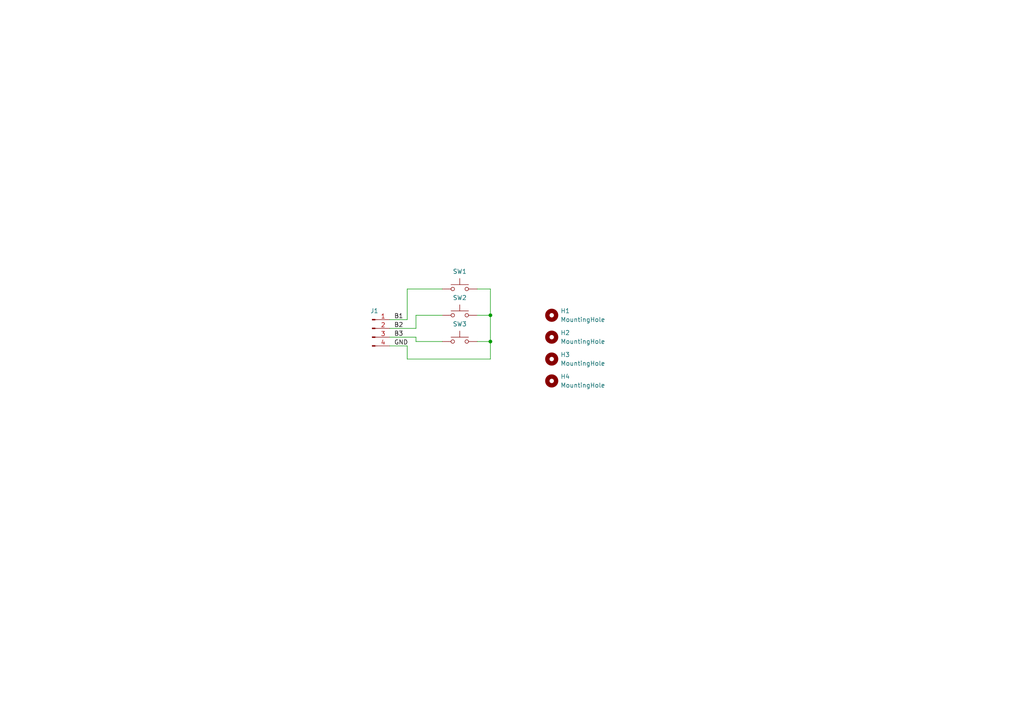
<source format=kicad_sch>
(kicad_sch (version 20231120) (generator "eeschema") (generator_version "8.0")
  (paper "A4")
  (lib_symbols
    (symbol "Connector:Conn_01x04_Pin" (pin_names (offset 1.016) hide)
      (property "Reference" "J" (at 0 5.08 0))
      (property "Value" "Conn_01x04_Pin" (at 0 -7.62 0))
      (symbol "Conn_01x04_Pin_1_1"
        (polyline (pts (xy 1.27 -5.08) (xy 0.8636 -5.08)) (stroke (width 0.1524)))
        (polyline (pts (xy 1.27 -2.54) (xy 0.8636 -2.54)) (stroke (width 0.1524)))
        (polyline (pts (xy 1.27 0) (xy 0.8636 0)) (stroke (width 0.1524)))
        (polyline (pts (xy 1.27 2.54) (xy 0.8636 2.54)) (stroke (width 0.1524)))
        (rectangle (start 0.8636 -4.953) (end 0 -5.207) (stroke (width 0.1524)) (fill (type outline)))
        (rectangle (start 0.8636 -2.413) (end 0 -2.667) (stroke (width 0.1524)) (fill (type outline)))
        (rectangle (start 0.8636 0.127) (end 0 -0.127) (stroke (width 0.1524)) (fill (type outline)))
        (rectangle (start 0.8636 2.667) (end 0 2.413) (stroke (width 0.1524)) (fill (type outline)))
        (pin passive line (at 5.08 2.54 180) (length 3.81) (name "Pin_1") (number "1"))
        (pin passive line (at 5.08 0 180) (length 3.81) (name "Pin_2") (number "2"))
        (pin passive line (at 5.08 -2.54 180) (length 3.81) (name "Pin_3") (number "3"))
        (pin passive line (at 5.08 -5.08 180) (length 3.81) (name "Pin_4") (number "4"))
      )
    )
    (symbol "Mechanical:MountingHole" (pin_names (offset 1.016)) (exclude_from_sim yes) (in_bom no)
      (property "Reference" "H" (at 0 5.08 0))
      (property "Value" "MountingHole" (at 0 3.175 0))
      (symbol "MountingHole_0_1"
        (circle (center 0 0) (radius 1.27) (stroke (width 1.27)))
      )
    )
    (symbol "Switch:SW_Push" (pin_numbers hide) (pin_names (offset 1.016) hide)
      (property "Reference" "SW" (at 1.27 2.54 0))
      (property "Value" "SW_Push" (at 0 -1.524 0))
      (symbol "SW_Push_0_1"
        (circle (center -2.032 0) (radius 0.508))
        (polyline (pts (xy 0 1.27) (xy 0 3.048)))
        (polyline (pts (xy 2.54 1.27) (xy -2.54 1.27)))
        (circle (center 2.032 0) (radius 0.508))
        (pin passive line (at -5.08 0 0) (length 2.54) (name "1") (number "1"))
        (pin passive line (at 5.08 0 180) (length 2.54) (name "2") (number "2"))
      )
    )
  )
  (junction (at 142.24 91.44))
  (junction (at 142.24 99.06))
  (wire (pts (xy 118.11 83.82) (xy 128.27 83.82)))
  (wire (pts (xy 142.24 104.14) (xy 142.24 99.06)))
  (wire (pts (xy 120.65 97.79) (xy 120.65 99.06)))
  (wire (pts (xy 113.03 92.71) (xy 118.11 92.71)))
  (wire (pts (xy 142.24 83.82) (xy 138.43 83.82)))
  (wire (pts (xy 118.11 100.33) (xy 118.11 104.14)))
  (wire (pts (xy 138.43 99.06) (xy 142.24 99.06)))
  (wire (pts (xy 120.65 95.25) (xy 113.03 95.25)))
  (wire (pts (xy 120.65 91.44) (xy 120.65 95.25)))
  (wire (pts (xy 138.43 91.44) (xy 142.24 91.44)))
  (wire (pts (xy 128.27 91.44) (xy 120.65 91.44)))
  (wire (pts (xy 113.03 97.79) (xy 120.65 97.79)))
  (wire (pts (xy 118.11 92.71) (xy 118.11 83.82)))
  (wire (pts (xy 142.24 91.44) (xy 142.24 83.82)))
  (wire (pts (xy 120.65 99.06) (xy 128.27 99.06)))
  (wire (pts (xy 113.03 100.33) (xy 118.11 100.33)))
  (wire (pts (xy 142.24 99.06) (xy 142.24 91.44)))
  (wire (pts (xy 118.11 104.14) (xy 142.24 104.14)))
  (label "B2" (at 114.3 95.25 0))
  (label "B3" (at 114.3 97.79 0))
  (label "B1" (at 114.3 92.71 0))
  (label "GND" (at 114.3 100.33 0))
  (symbol (lib_id "Mechanical:MountingHole") (at 160.02 97.79 0) (unit 1) (exclude_from_sim yes) (in_bom no)
    (property "Reference" "H2" (at 162.56 96.5199 0) (effects (justify left)))
    (property "Value" "MountingHole" (at 162.56 99.0599 0) (effects (justify left)))
    (property "Footprint" "MountingHole:MountingHole_2.7mm_M2.5" (effects (hide yes)))
    (property "Description" "Mounting Hole without connection" (effects (hide yes)))
  )
  (symbol (lib_id "Switch:SW_Push") (at 133.35 83.82 0) (unit 1)
    (property "Reference" "SW1" (at 133.35 78.74 0))
    (property "Value" "SW_Push" (effects (hide yes)))
    (property "Footprint" "Button_Switch_THT:SW_PUSH_6mm" (effects (hide yes)))
    (property "Description" "Push button switch, generic, two pins" (effects (hide yes)))
  )
  (symbol (lib_id "Mechanical:MountingHole") (at 160.02 104.14 0) (unit 1) (exclude_from_sim yes) (in_bom no)
    (property "Reference" "H3" (at 162.56 102.8699 0) (effects (justify left)))
    (property "Value" "MountingHole" (at 162.56 105.4099 0) (effects (justify left)))
    (property "Footprint" "MountingHole:MountingHole_2.7mm_M2.5" (effects (hide yes)))
    (property "Description" "Mounting Hole without connection" (effects (hide yes)))
  )
  (symbol (lib_id "Switch:SW_Push") (at 133.35 99.06 0) (unit 1)
    (property "Reference" "SW3" (at 133.35 93.98 0))
    (property "Value" "SW_Push" (effects (hide yes)))
    (property "Footprint" "Button_Switch_THT:SW_PUSH_6mm" (effects (hide yes)))
    (property "Description" "Push button switch, generic, two pins" (effects (hide yes)))
  )
  (symbol (lib_id "Mechanical:MountingHole") (at 160.02 91.44 0) (unit 1) (exclude_from_sim yes) (in_bom no)
    (property "Reference" "H1" (at 162.56 90.1699 0) (effects (justify left)))
    (property "Value" "MountingHole" (at 162.56 92.7099 0) (effects (justify left)))
    (property "Footprint" "MountingHole:MountingHole_2.7mm_M2.5" (effects (hide yes)))
    (property "Description" "Mounting Hole without connection" (effects (hide yes)))
  )
  (symbol (lib_id "Switch:SW_Push") (at 133.35 91.44 0) (unit 1)
    (property "Reference" "SW2" (at 133.35 86.36 0))
    (property "Value" "SW_Push" (effects (hide yes)))
    (property "Footprint" "Button_Switch_THT:SW_PUSH_6mm" (effects (hide yes)))
    (property "Description" "Push button switch, generic, two pins" (effects (hide yes)))
  )
  (symbol (lib_id "Connector:Conn_01x04_Pin") (at 107.95 95.25 0) (unit 1)
    (property "Reference" "J1" (at 108.585 90.17 0))
    (property "Value" "Conn_01x04_Pin" (effects (hide yes)))
    (property "Footprint" "Connector_PinHeader_2.54mm:PinHeader_1x04_P2.54mm_Horizontal" (effects (hide yes)))
    (property "Description" "Generic connector, single row, 01x04, script generated" (effects (hide yes)))
  )
  (symbol (lib_id "Mechanical:MountingHole") (at 160.02 110.49 0) (unit 1) (exclude_from_sim yes) (in_bom no)
    (property "Reference" "H4" (at 162.56 109.2199 0) (effects (justify left)))
    (property "Value" "MountingHole" (at 162.56 111.7599 0) (effects (justify left)))
    (property "Footprint" "MountingHole:MountingHole_2.7mm_M2.5" (effects (hide yes)))
    (property "Description" "Mounting Hole without connection" (effects (hide yes)))
  )
)
</source>
